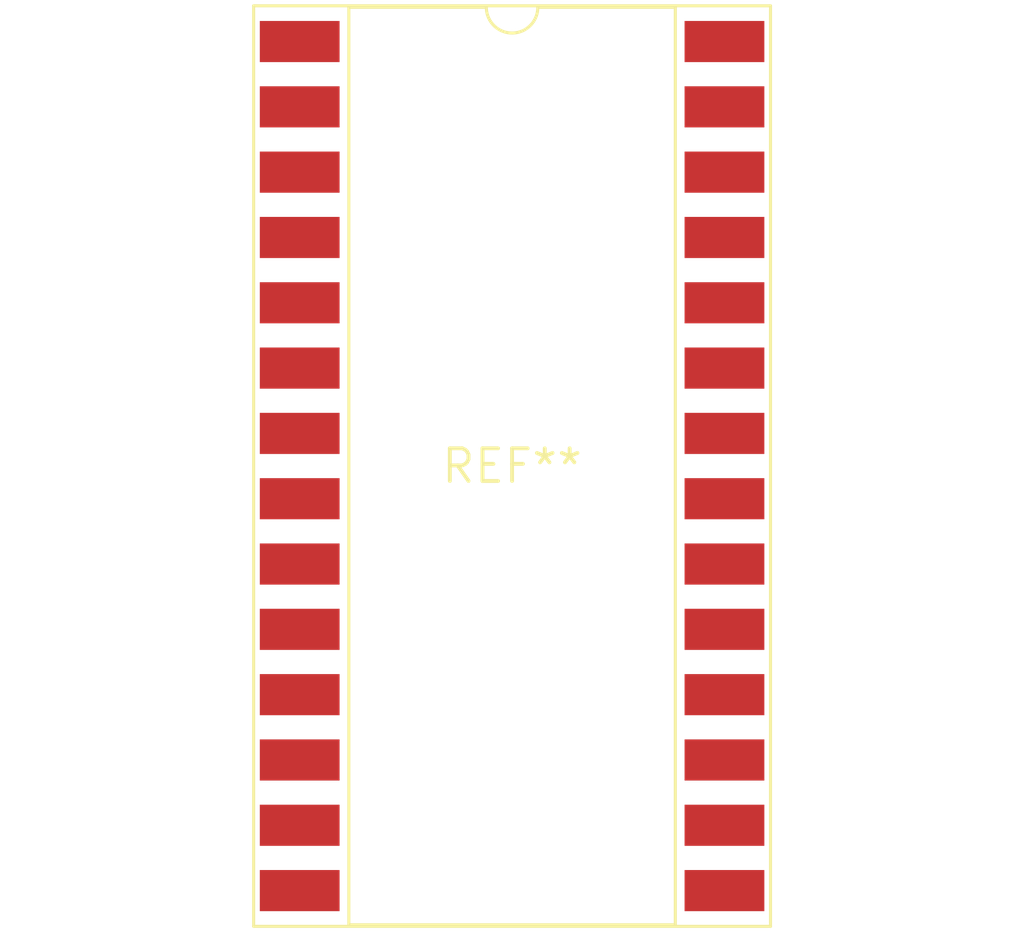
<source format=kicad_pcb>
(kicad_pcb (version 20240108) (generator pcbnew)
  (layers (0 "F.Cu" signal) (31 "B.Cu" signal) (34 "B.Paste" user) (35 "F.Paste" user) (36 "B.SilkS" user "B.Silkscreen") (37 "F.SilkS" user "F.Silkscreen") (38 "B.Mask" user) (39 "F.Mask" user) (44 "Edge.Cuts" user))
  (net 0 "")
  (footprint "DIP-28_W16.51mm_SMDSocket_LongPads" (layer "F.Cu") (at 0 0)
    (property "Reference" "REF**")
    (property "Value" "DIP-28_W16.51mm_SMDSocket_LongPads")
    (fp_line (start -10.045 -17.9) (end -10.045 17.9) (layer "F.SilkS") (stroke (width 0.12)))
    (fp_line (start -10.045 17.9) (end 10.045 17.9) (layer "F.SilkS") (stroke (width 0.12)))
    (fp_line (start -6.345 -17.84) (end -6.345 17.84) (layer "F.SilkS") (stroke (width 0.12)))
    (fp_line (start -6.345 17.84) (end 6.345 17.84) (layer "F.SilkS") (stroke (width 0.12)))
    (fp_line (start -1 -17.84) (end -6.345 -17.84) (layer "F.SilkS") (stroke (width 0.12)))
    (fp_line (start 6.345 -17.84) (end 1 -17.84) (layer "F.SilkS") (stroke (width 0.12)))
    (fp_line (start 6.345 17.84) (end 6.345 -17.84) (layer "F.SilkS") (stroke (width 0.12)))
    (fp_line (start 10.045 -17.9) (end -10.045 -17.9) (layer "F.SilkS") (stroke (width 0.12)))
    (fp_line (start 10.045 17.9) (end 10.045 -17.9) (layer "F.SilkS") (stroke (width 0.12)))
    (fp_arc (start 1 -17.84) (mid 0 -16.84) (end -1 -17.84) (layer "F.SilkS") (stroke (width 0.12)))
    (pad "1" smd rect (at -8.255 -16.51) (size 3.1 1.6) (layers "F.Cu" "F.Paste" "F.Mask"))
    (pad "2" smd rect (at -8.255 -13.97) (size 3.1 1.6) (layers "F.Cu" "F.Paste" "F.Mask"))
    (pad "3" smd rect (at -8.255 -11.43) (size 3.1 1.6) (layers "F.Cu" "F.Paste" "F.Mask"))
    (pad "4" smd rect (at -8.255 -8.89) (size 3.1 1.6) (layers "F.Cu" "F.Paste" "F.Mask"))
    (pad "5" smd rect (at -8.255 -6.35) (size 3.1 1.6) (layers "F.Cu" "F.Paste" "F.Mask"))
    (pad "6" smd rect (at -8.255 -3.81) (size 3.1 1.6) (layers "F.Cu" "F.Paste" "F.Mask"))
    (pad "7" smd rect (at -8.255 -1.27) (size 3.1 1.6) (layers "F.Cu" "F.Paste" "F.Mask"))
    (pad "8" smd rect (at -8.255 1.27) (size 3.1 1.6) (layers "F.Cu" "F.Paste" "F.Mask"))
    (pad "9" smd rect (at -8.255 3.81) (size 3.1 1.6) (layers "F.Cu" "F.Paste" "F.Mask"))
    (pad "10" smd rect (at -8.255 6.35) (size 3.1 1.6) (layers "F.Cu" "F.Paste" "F.Mask"))
    (pad "11" smd rect (at -8.255 8.89) (size 3.1 1.6) (layers "F.Cu" "F.Paste" "F.Mask"))
    (pad "12" smd rect (at -8.255 11.43) (size 3.1 1.6) (layers "F.Cu" "F.Paste" "F.Mask"))
    (pad "13" smd rect (at -8.255 13.97) (size 3.1 1.6) (layers "F.Cu" "F.Paste" "F.Mask"))
    (pad "14" smd rect (at -8.255 16.51) (size 3.1 1.6) (layers "F.Cu" "F.Paste" "F.Mask"))
    (pad "15" smd rect (at 8.255 16.51) (size 3.1 1.6) (layers "F.Cu" "F.Paste" "F.Mask"))
    (pad "16" smd rect (at 8.255 13.97) (size 3.1 1.6) (layers "F.Cu" "F.Paste" "F.Mask"))
    (pad "17" smd rect (at 8.255 11.43) (size 3.1 1.6) (layers "F.Cu" "F.Paste" "F.Mask"))
    (pad "18" smd rect (at 8.255 8.89) (size 3.1 1.6) (layers "F.Cu" "F.Paste" "F.Mask"))
    (pad "19" smd rect (at 8.255 6.35) (size 3.1 1.6) (layers "F.Cu" "F.Paste" "F.Mask"))
    (pad "20" smd rect (at 8.255 3.81) (size 3.1 1.6) (layers "F.Cu" "F.Paste" "F.Mask"))
    (pad "21" smd rect (at 8.255 1.27) (size 3.1 1.6) (layers "F.Cu" "F.Paste" "F.Mask"))
    (pad "22" smd rect (at 8.255 -1.27) (size 3.1 1.6) (layers "F.Cu" "F.Paste" "F.Mask"))
    (pad "23" smd rect (at 8.255 -3.81) (size 3.1 1.6) (layers "F.Cu" "F.Paste" "F.Mask"))
    (pad "24" smd rect (at 8.255 -6.35) (size 3.1 1.6) (layers "F.Cu" "F.Paste" "F.Mask"))
    (pad "25" smd rect (at 8.255 -8.89) (size 3.1 1.6) (layers "F.Cu" "F.Paste" "F.Mask"))
    (pad "26" smd rect (at 8.255 -11.43) (size 3.1 1.6) (layers "F.Cu" "F.Paste" "F.Mask"))
    (pad "27" smd rect (at 8.255 -13.97) (size 3.1 1.6) (layers "F.Cu" "F.Paste" "F.Mask"))
    (pad "28" smd rect (at 8.255 -16.51) (size 3.1 1.6) (layers "F.Cu" "F.Paste" "F.Mask"))
  )
)
</source>
